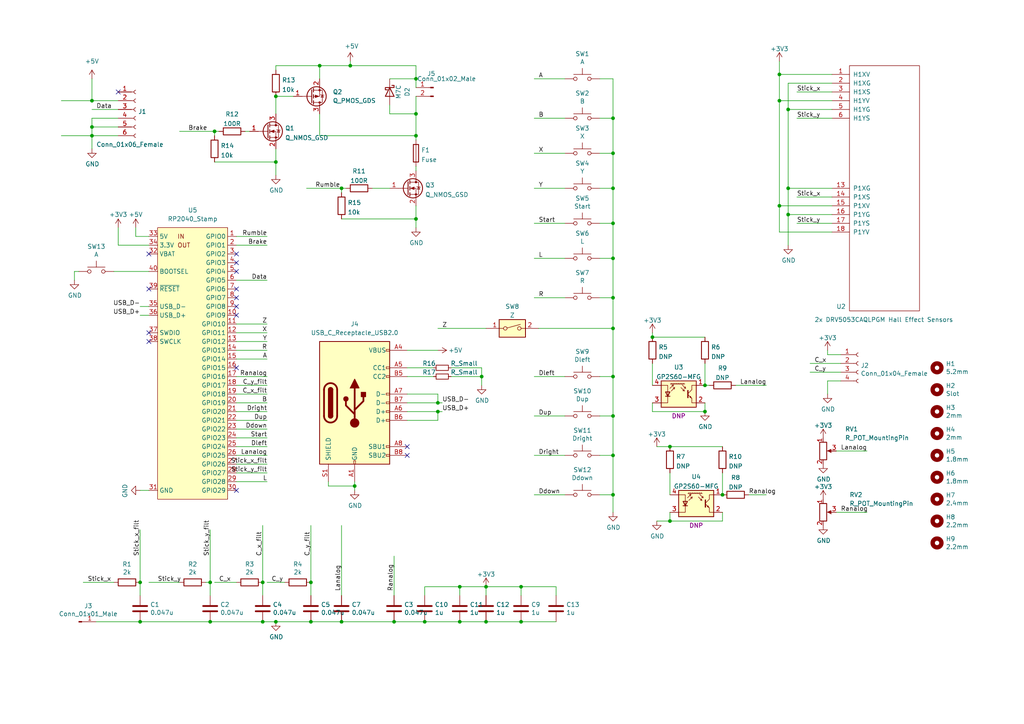
<source format=kicad_sch>
(kicad_sch (version 20211123) (generator eeschema)
  (paper "A4")
  (lib_symbols
    (symbol "Connector:Conn_01x01_Male" (pin_names (offset 1.016) hide)
      (property "Reference" "J" (at 0 2.54 0))
      (property "Value" "Conn_01x01_Male" (at 0 -2.54 0))
      (symbol "Conn_01x01_Male_1_1"
        (pin passive line (at 5.08 0 180) (length 3.81) (name "Pin_1") (number "1"))
      )
    )
    (symbol "Connector:Conn_01x02_Male" (pin_names (offset 1.016) hide)
      (property "Reference" "J" (at 0 2.54 0))
      (property "Value" "Conn_01x02_Male" (at 0 -5.08 0))
      (symbol "Conn_01x02_Male_1_1"
        (pin passive line (at 5.08 0 180) (length 3.81) (name "Pin_1") (number "1"))
        (pin passive line (at 5.08 -2.54 180) (length 3.81) (name "Pin_2") (number "2"))
      )
    )
    (symbol "Connector:Conn_01x04_Female" (pin_names (offset 1.016) hide)
      (property "Reference" "J" (at 0 5.08 0))
      (property "Value" "Conn_01x04_Female" (at 0 -7.62 0))
      (symbol "Conn_01x04_Female_1_1"
        (pin passive line (at -5.08 2.54 0) (length 3.81) (name "Pin_1") (number "1"))
        (pin passive line (at -5.08 0 0) (length 3.81) (name "Pin_2") (number "2"))
        (pin passive line (at -5.08 -2.54 0) (length 3.81) (name "Pin_3") (number "3"))
        (pin passive line (at -5.08 -5.08 0) (length 3.81) (name "Pin_4") (number "4"))
      )
    )
    (symbol "Connector:Conn_01x06_Female" (pin_names (offset 1.016) hide)
      (property "Reference" "J1" (at 0.7112 -0.6096 0))
      (property "Value" "Conn_01x06_Female" (at -11.43 -10.16 0))
      (symbol "Conn_01x06_Female_1_1"
        (pin unspecified line (at -5.08 5.08 0) (length 3.81) (name "Pin_1") (number "1"))
        (pin unspecified line (at -5.08 2.54 0) (length 3.81) (name "Pin_2") (number "2"))
        (pin unspecified line (at -5.08 0 0) (length 3.81) (name "Pin_3") (number "3"))
        (pin unspecified line (at -5.08 -2.54 0) (length 3.81) (name "Pin_4") (number "4"))
        (pin unspecified line (at -5.08 -5.08 0) (length 3.81) (name "Pin_5") (number "5"))
        (pin unspecified line (at -5.08 -7.62 0) (length 3.81) (name "Pin_6") (number "6"))
      )
    )
    (symbol "Connector:USB_C_Receptacle_USB2.0" (pin_names (offset 1.016))
      (property "Reference" "J" (at -10.16 19.05 0))
      (property "Value" "USB_C_Receptacle_USB2.0" (at 19.05 19.05 0))
      (symbol "USB_C_Receptacle_USB2.0_1_1"
        (pin passive line (at 0 -22.86 90) (length 5.08) (name "GND") (number "A1"))
        (pin passive line (at 0 -22.86 90) (length 5.08) hide (name "GND") (number "A12"))
        (pin passive line (at 15.24 15.24 180) (length 5.08) (name "VBUS") (number "A4"))
        (pin bidirectional line (at 15.24 10.16 180) (length 5.08) (name "CC1") (number "A5"))
        (pin bidirectional line (at 15.24 -2.54 180) (length 5.08) (name "D+") (number "A6"))
        (pin bidirectional line (at 15.24 2.54 180) (length 5.08) (name "D-") (number "A7"))
        (pin bidirectional line (at 15.24 -12.7 180) (length 5.08) (name "SBU1") (number "A8"))
        (pin passive line (at 15.24 15.24 180) (length 5.08) hide (name "VBUS") (number "A9"))
        (pin passive line (at 0 -22.86 90) (length 5.08) hide (name "GND") (number "B1"))
        (pin passive line (at 0 -22.86 90) (length 5.08) hide (name "GND") (number "B12"))
        (pin passive line (at 15.24 15.24 180) (length 5.08) hide (name "VBUS") (number "B4"))
        (pin bidirectional line (at 15.24 7.62 180) (length 5.08) (name "CC2") (number "B5"))
        (pin bidirectional line (at 15.24 -5.08 180) (length 5.08) (name "D+") (number "B6"))
        (pin bidirectional line (at 15.24 0 180) (length 5.08) (name "D-") (number "B7"))
        (pin bidirectional line (at 15.24 -15.24 180) (length 5.08) (name "SBU2") (number "B8"))
        (pin passive line (at 15.24 15.24 180) (length 5.08) hide (name "VBUS") (number "B9"))
        (pin passive line (at -7.62 -22.86 90) (length 5.08) (name "SHIELD") (number "S1"))
      )
    )
    (symbol "Device:C" (pin_numbers hide) (pin_names (offset 0.254))
      (property "Reference" "C" (at 0.635 2.54 0))
      (property "Value" "C" (at 0.635 -2.54 0))
      (symbol "C_1_1"
        (pin passive line (at 0 3.81 270) (length 2.794) (name "~") (number "1"))
        (pin passive line (at 0 -3.81 90) (length 2.794) (name "~") (number "2"))
      )
    )
    (symbol "Device:D_Schottky" (pin_numbers hide) (pin_names (offset 1.016) hide)
      (property "Reference" "D" (at 0 2.54 0))
      (property "Value" "D_Schottky" (at 0 -2.54 0))
      (symbol "D_Schottky_1_1"
        (pin passive line (at -3.81 0 0) (length 2.54) (name "K") (number "1"))
        (pin passive line (at 3.81 0 180) (length 2.54) (name "A") (number "2"))
      )
    )
    (symbol "Device:Fuse" (pin_numbers hide) (pin_names (offset 0))
      (property "Reference" "F" (at 2.032 0 90))
      (property "Value" "Fuse" (at -1.905 0 90))
      (symbol "Fuse_1_1"
        (pin passive line (at 0 3.81 270) (length 1.27) (name "~") (number "1"))
        (pin passive line (at 0 -3.81 90) (length 1.27) (name "~") (number "2"))
      )
    )
    (symbol "Device:Q_NMOS_GSD" (pin_names (offset 0) hide)
      (property "Reference" "Q" (at 5.08 1.27 0))
      (property "Value" "Q_NMOS_GSD" (at 5.08 -1.27 0))
      (symbol "Q_NMOS_GSD_1_1"
        (pin input line (at -5.08 0 0) (length 2.54) (name "G") (number "1"))
        (pin passive line (at 2.54 -5.08 90) (length 2.54) (name "S") (number "2"))
        (pin passive line (at 2.54 5.08 270) (length 2.54) (name "D") (number "3"))
      )
    )
    (symbol "Device:Q_PMOS_GSD" (pin_names (offset 0) hide)
      (property "Reference" "Q" (at 5.08 1.27 0))
      (property "Value" "Q_PMOS_GSD" (at 5.08 -1.27 0))
      (symbol "Q_PMOS_GSD_1_1"
        (pin input line (at -5.08 0 0) (length 2.54) (name "G") (number "1"))
        (pin passive line (at 2.54 -5.08 90) (length 2.54) (name "S") (number "2"))
        (pin passive line (at 2.54 5.08 270) (length 2.54) (name "D") (number "3"))
      )
    )
    (symbol "Device:R" (pin_numbers hide) (pin_names (offset 0))
      (property "Reference" "R" (at 2.032 0 90))
      (property "Value" "R" (at 0 0 90))
      (symbol "R_1_1"
        (pin passive line (at 0 3.81 270) (length 1.27) (name "~") (number "1"))
        (pin passive line (at 0 -3.81 90) (length 1.27) (name "~") (number "2"))
      )
    )
    (symbol "Device:R_Small" (pin_numbers hide) (pin_names (offset 0.254) hide)
      (property "Reference" "R" (at 0.762 0.508 0))
      (property "Value" "R_Small" (at 0.762 -1.016 0))
      (symbol "R_Small_1_1"
        (pin passive line (at 0 2.54 270) (length 0.762) (name "~") (number "1"))
        (pin passive line (at 0 -2.54 90) (length 0.762) (name "~") (number "2"))
      )
    )
    (symbol "GCC:+3.3V" (power) (pin_names (offset 0))
      (property "Value" "+3.3V" (at 0 3.556 0))
      (symbol "+3.3V_1_1"
        (pin power_in line (at 0 0 90) (length 0) hide (name "+3V3") (number "1"))
      )
    )
    (symbol "GCC:Gamecube-MB-rescue_Slider_GCC-Gamecube_MB" (pin_names (offset 1.016) hide)
      (property "Reference" "RV" (at -8.255 0 90))
      (property "Value" "Gamecube-MB-rescue_Slider_GCC-Gamecube_MB" (at -6.35 0 90))
      (symbol "Gamecube-MB-rescue_Slider_GCC-Gamecube_MB_1_1"
        (pin passive line (at 0 3.81 270) (length 1.27) (name "V+") (number "1"))
        (pin passive line (at 0 -3.81 90) (length 1.27) (name "GND") (number "2"))
        (pin passive line (at 3.81 0 180) (length 1.27) (name "Signal") (number "3"))
      )
    )
    (symbol "GCC:Gamecube-MB-rescue_Stickbox_Assembly-Gamecube_MB" (pin_names (offset 1.016))
      (property "Reference" "U" (at 12.7 -41.91 90))
      (property "Value" "Gamecube-MB-rescue_Stickbox_Assembly-Gamecube_MB" (at 8.89 -35.56 90))
      (symbol "Gamecube-MB-rescue_Stickbox_Assembly-Gamecube_MB_0_0"
        (pin unspecified line (at -5.08 -2.54 0) (length 5.08) (name "H1XV") (number "1"))
        (pin unspecified line (at -5.08 -35.56 0) (length 5.08) (name "P1XG") (number "13"))
        (pin unspecified line (at -5.08 -38.1 0) (length 5.08) (name "P1XS") (number "14"))
        (pin unspecified line (at -5.08 -40.64 0) (length 5.08) (name "P1XV") (number "15"))
        (pin unspecified line (at -5.08 -43.18 0) (length 5.08) (name "P1YG") (number "16"))
        (pin unspecified line (at -5.08 -45.72 0) (length 5.08) (name "P1YS") (number "17"))
        (pin unspecified line (at -5.08 -48.26 0) (length 5.08) (name "P1YV") (number "18"))
        (pin unspecified line (at -5.08 -5.08 0) (length 5.08) (name "H1XG") (number "2"))
        (pin unspecified line (at -5.08 -7.62 0) (length 5.08) (name "H1XS") (number "3"))
        (pin unspecified line (at -5.08 -10.16 0) (length 5.08) (name "H1YV") (number "4"))
        (pin unspecified line (at -5.08 -12.7 0) (length 5.08) (name "H1YG") (number "5"))
        (pin unspecified line (at -5.08 -15.24 0) (length 5.08) (name "H1YS") (number "6"))
      )
    )
    (symbol "Mechanical:MountingHole" (pin_names (offset 1.016))
      (property "Reference" "H" (at 0 5.08 0))
      (property "Value" "MountingHole" (at 0 3.175 0))
    )
    (symbol "RP2040_Stamp:RP2040_Stamp"
      (property "Reference" "U" (at 10.16 43.18 0))
      (property "Value" "RP2040_Stamp" (at 0 -38.1 0))
      (symbol "RP2040_Stamp_0_0"
        (text "IN" (at -4.445 39.37 0) (effects (font (size 1.27 1.27)) (justify left)))
        (text "OUT" (at -4.445 36.83 0) (effects (font (size 1.27 1.27)) (justify left)))
        (pin bidirectional line (at 12.7 39.37 180) (length 2.54) (name "GPIO0") (number "1"))
        (pin bidirectional line (at 12.7 16.51 180) (length 2.54) (name "GPIO9") (number "10"))
        (pin bidirectional line (at 12.7 13.97 180) (length 2.54) (name "GPIO10") (number "11"))
        (pin bidirectional line (at 12.7 11.43 180) (length 2.54) (name "GPIO11") (number "12"))
        (pin bidirectional line (at 12.7 8.89 180) (length 2.54) (name "GPIO12") (number "13"))
        (pin bidirectional line (at 12.7 6.35 180) (length 2.54) (name "GPIO13") (number "14"))
        (pin bidirectional line (at 12.7 3.81 180) (length 2.54) (name "GPIO14") (number "15"))
        (pin bidirectional line (at 12.7 1.27 180) (length 2.54) (name "GPIO15") (number "16"))
        (pin bidirectional line (at 12.7 -1.27 180) (length 2.54) (name "GPIO16") (number "17"))
        (pin bidirectional line (at 12.7 -3.81 180) (length 2.54) (name "GPIO17") (number "18"))
        (pin bidirectional line (at 12.7 -6.35 180) (length 2.54) (name "GPIO18") (number "19"))
        (pin bidirectional line (at 12.7 36.83 180) (length 2.54) (name "GPIO1") (number "2"))
        (pin bidirectional line (at 12.7 -8.89 180) (length 2.54) (name "GPIO19") (number "20"))
        (pin bidirectional line (at 12.7 -11.43 180) (length 2.54) (name "GPIO20") (number "21"))
        (pin bidirectional line (at 12.7 -13.97 180) (length 2.54) (name "GPIO21") (number "22"))
        (pin bidirectional line (at 12.7 -16.51 180) (length 2.54) (name "GPIO22") (number "23"))
        (pin bidirectional line (at 12.7 -19.05 180) (length 2.54) (name "GPIO23") (number "24"))
        (pin bidirectional line (at 12.7 -21.59 180) (length 2.54) (name "GPIO24") (number "25"))
        (pin bidirectional line (at 12.7 -24.13 180) (length 2.54) (name "GPIO25") (number "26"))
        (pin bidirectional line (at 12.7 -26.67 180) (length 2.54) (name "GPIO26") (number "27"))
        (pin bidirectional line (at 12.7 -29.21 180) (length 2.54) (name "GPIO27") (number "28"))
        (pin bidirectional line (at 12.7 -31.75 180) (length 2.54) (name "GPIO28") (number "29"))
        (pin bidirectional line (at 12.7 34.29 180) (length 2.54) (name "GPIO2") (number "3"))
        (pin bidirectional line (at 12.7 -34.29 180) (length 2.54) (name "GPIO29") (number "30"))
        (pin power_in line (at -12.7 -34.29 0) (length 2.54) (name "GND") (number "31"))
        (pin power_in line (at -12.7 34.29 0) (length 2.54) (name "VBAT") (number "32"))
        (pin power_in line (at -12.7 39.37 0) (length 2.54) (name "5V") (number "33"))
        (pin power_out line (at -12.7 36.83 0) (length 2.54) (name "3.3V") (number "34"))
        (pin bidirectional line (at -12.7 19.05 0) (length 2.54) (name "USB_D-") (number "35"))
        (pin bidirectional line (at -12.7 16.51 0) (length 2.54) (name "USB_D+") (number "36"))
        (pin bidirectional line (at -12.7 11.43 0) (length 2.54) (name "SWDIO") (number "37"))
        (pin input line (at -12.7 8.89 0) (length 2.54) (name "SWCLK") (number "38"))
        (pin bidirectional line (at -12.7 24.13 0) (length 2.54) (name "~{RESET}") (number "39"))
        (pin bidirectional line (at 12.7 31.75 180) (length 2.54) (name "GPIO3") (number "4"))
        (pin input line (at -12.7 29.21 0) (length 2.54) (name "BOOTSEL") (number "40"))
        (pin bidirectional line (at 12.7 29.21 180) (length 2.54) (name "GPIO4") (number "5"))
        (pin bidirectional line (at 12.7 26.67 180) (length 2.54) (name "GPIO5") (number "6"))
        (pin bidirectional line (at 12.7 24.13 180) (length 2.54) (name "GPIO6") (number "7"))
        (pin bidirectional line (at 12.7 21.59 180) (length 2.54) (name "GPIO7") (number "8"))
        (pin bidirectional line (at 12.7 19.05 180) (length 2.54) (name "GPIO8") (number "9"))
      )
    )
    (symbol "Sensor_Proximity:BPR-105" (pin_names (offset 0.0254) hide)
      (property "Reference" "U?" (at 0 7.7765 0))
      (property "Value" "BPR-105" (at 0 5.0014 0))
      (symbol "BPR-105_1_1"
        (pin open_collector line (at 7.62 2.54 180) (length 2.54) (name "C") (number "1"))
        (pin open_emitter line (at 7.62 -2.54 180) (length 2.54) (name "E") (number "2"))
        (pin passive line (at -7.62 -2.54 0) (length 2.54) (name "K") (number "3"))
        (pin passive line (at -7.62 2.54 0) (length 2.54) (name "A") (number "4"))
      )
    )
    (symbol "Switch:SW_DIP_x01" (pin_names (offset 0) hide)
      (property "Reference" "SW" (at 0 3.81 0))
      (property "Value" "SW_DIP_x01" (at 0 -3.81 0))
      (symbol "SW_DIP_x01_1_1"
        (pin passive line (at -7.62 0 0) (length 5.08) (name "~") (number "1"))
        (pin passive line (at 7.62 0 180) (length 5.08) (name "~") (number "2"))
      )
    )
    (symbol "Switch:SW_Push" (pin_numbers hide) (pin_names (offset 1.016) hide)
      (property "Reference" "SW" (at 1.27 2.54 0))
      (property "Value" "SW_Push" (at 0 -1.524 0))
      (symbol "SW_Push_0_1"
        (pin passive line (at -5.08 0 0) (length 2.54) (name "1") (number "1"))
        (pin passive line (at 5.08 0 180) (length 2.54) (name "2") (number "2"))
      )
    )
    (symbol "power:+5V" (power) (pin_names (offset 0))
      (property "Value" "+5V" (at 0 3.556 0))
      (symbol "+5V_1_1"
        (pin power_in line (at 0 0 90) (length 0) hide (name "+5V") (number "1"))
      )
    )
    (symbol "power:GND" (power) (pin_names (offset 0))
      (property "Value" "GND" (at 0 -3.81 0))
      (symbol "GND_1_1"
        (pin power_in line (at 0 0 270) (length 0) hide (name "GND") (number "1"))
      )
    )
  )
  (junction (at 151.13 170.18))
  (junction (at 151.13 180.34))
  (junction (at 120.65 39.37))
  (junction (at 127 119.38))
  (junction (at 139.7 109.22))
  (junction (at 133.35 180.34))
  (junction (at 177.8 44.45))
  (junction (at 177.8 54.61))
  (junction (at 226.06 21.59))
  (junction (at 204.47 119.38))
  (junction (at 194.31 151.13))
  (junction (at 123.19 180.34))
  (junction (at 204.47 111.76))
  (junction (at 177.8 109.22))
  (junction (at 140.97 170.18))
  (junction (at 120.65 22.86))
  (junction (at 80.01 46.99))
  (junction (at 177.8 143.51))
  (junction (at 120.65 33.02))
  (junction (at 228.6 54.61))
  (junction (at 102.87 140.97))
  (junction (at 140.97 180.34))
  (junction (at 26.67 36.83))
  (junction (at 92.71 19.05))
  (junction (at 60.96 180.34))
  (junction (at 189.23 97.79))
  (junction (at 226.06 29.21))
  (junction (at 177.8 132.08))
  (junction (at 90.17 180.34))
  (junction (at 133.35 170.18))
  (junction (at 90.17 168.91))
  (junction (at 101.6 19.05))
  (junction (at 80.01 180.34))
  (junction (at 120.65 63.5))
  (junction (at 228.6 31.75))
  (junction (at 62.23 38.1))
  (junction (at 177.8 34.29))
  (junction (at 194.31 129.54))
  (junction (at 76.2 168.91))
  (junction (at 99.06 180.34))
  (junction (at 177.8 86.36))
  (junction (at 177.8 120.65))
  (junction (at 114.3 180.34))
  (junction (at 99.06 54.61))
  (junction (at 40.64 180.34))
  (junction (at 177.8 74.93))
  (junction (at 26.67 39.37))
  (junction (at 80.01 27.94))
  (junction (at 226.06 59.69))
  (junction (at 26.67 29.21))
  (junction (at 177.8 64.77))
  (junction (at 177.8 95.25))
  (junction (at 60.96 168.91))
  (junction (at 228.6 62.23))
  (junction (at 76.2 180.34))
  (junction (at 209.55 143.51))
  (junction (at 40.64 168.91))
  (junction (at 127 116.84))
  (no_connect (at 43.18 73.66))
  (no_connect (at 118.11 132.08))
  (no_connect (at 118.11 129.54))
  (no_connect (at 34.29 26.67))
  (no_connect (at 43.18 83.82))
  (no_connect (at 43.18 96.52))
  (no_connect (at 43.18 99.06))
  (no_connect (at 68.58 106.68))
  (no_connect (at 68.58 91.44))
  (no_connect (at 68.58 88.9))
  (no_connect (at 68.58 86.36))
  (no_connect (at 68.58 142.24))
  (no_connect (at 68.58 83.82))
  (no_connect (at 68.58 73.66))
  (no_connect (at 68.58 78.74))
  (no_connect (at 68.58 76.2))
  (wire (pts (xy 34.29 66.04) (xy 34.29 71.12)))
  (wire (pts (xy 95.25 140.97) (xy 102.87 140.97)))
  (wire (pts (xy 204.47 111.76) (xy 205.74 111.76)))
  (wire (pts (xy 68.58 109.22) (xy 77.47 109.22)))
  (wire (pts (xy 120.65 22.86) (xy 120.65 19.05)))
  (wire (pts (xy 173.99 54.61) (xy 177.8 54.61)))
  (wire (pts (xy 123.19 172.72) (xy 123.19 170.18)))
  (wire (pts (xy 33.02 78.74) (xy 43.18 78.74)))
  (wire (pts (xy 127 121.92) (xy 127 119.38)))
  (wire (pts (xy 177.8 143.51) (xy 177.8 148.59)))
  (wire (pts (xy 177.8 120.65) (xy 177.8 132.08)))
  (wire (pts (xy 120.65 59.69) (xy 120.65 63.5)))
  (wire (pts (xy 204.47 119.38) (xy 189.23 119.38)))
  (wire (pts (xy 127 95.25) (xy 140.97 95.25)))
  (wire (pts (xy 156.21 95.25) (xy 177.8 95.25)))
  (wire (pts (xy 133.35 170.18) (xy 140.97 170.18)))
  (wire (pts (xy 68.58 71.12) (xy 77.47 71.12)))
  (wire (pts (xy 99.06 54.61) (xy 100.33 54.61)))
  (wire (pts (xy 120.65 39.37) (xy 120.65 40.64)))
  (wire (pts (xy 243.84 105.41) (xy 234.95 105.41)))
  (wire (pts (xy 118.11 119.38) (xy 127 119.38)))
  (wire (pts (xy 77.47 114.3) (xy 68.58 114.3)))
  (wire (pts (xy 118.11 116.84) (xy 127 116.84)))
  (wire (pts (xy 114.3 172.72) (xy 114.3 161.29)))
  (wire (pts (xy 209.55 137.16) (xy 209.55 143.51)))
  (wire (pts (xy 243.84 107.95) (xy 234.95 107.95)))
  (wire (pts (xy 204.47 116.84) (xy 204.47 119.38)))
  (wire (pts (xy 163.83 120.65) (xy 154.94 120.65)))
  (wire (pts (xy 177.8 54.61) (xy 177.8 44.45)))
  (wire (pts (xy 228.6 62.23) (xy 241.3 62.23)))
  (wire (pts (xy 151.13 172.72) (xy 151.13 170.18)))
  (wire (pts (xy 68.58 139.7) (xy 77.47 139.7)))
  (wire (pts (xy 241.3 21.59) (xy 226.06 21.59)))
  (wire (pts (xy 40.64 180.34) (xy 60.96 180.34)))
  (wire (pts (xy 68.58 132.08) (xy 77.47 132.08)))
  (wire (pts (xy 76.2 152.4) (xy 76.2 168.91)))
  (wire (pts (xy 80.01 19.05) (xy 80.01 20.32)))
  (wire (pts (xy 189.23 96.52) (xy 189.23 97.79)))
  (wire (pts (xy 77.47 116.84) (xy 68.58 116.84)))
  (wire (pts (xy 34.29 36.83) (xy 26.67 36.83)))
  (wire (pts (xy 90.17 152.4) (xy 90.17 168.91)))
  (wire (pts (xy 92.71 22.86) (xy 92.71 19.05)))
  (wire (pts (xy 194.31 151.13) (xy 194.31 148.59)))
  (wire (pts (xy 68.58 121.92) (xy 77.47 121.92)))
  (wire (pts (xy 68.58 68.58) (xy 77.47 68.58)))
  (wire (pts (xy 173.99 64.77) (xy 177.8 64.77)))
  (wire (pts (xy 194.31 137.16) (xy 194.31 143.51)))
  (wire (pts (xy 209.55 148.59) (xy 209.55 151.13)))
  (wire (pts (xy 127 114.3) (xy 127 116.84)))
  (wire (pts (xy 43.18 68.58) (xy 39.37 68.58)))
  (wire (pts (xy 34.29 31.75) (xy 26.67 31.75)))
  (wire (pts (xy 140.97 180.34) (xy 133.35 180.34)))
  (wire (pts (xy 163.83 143.51) (xy 154.94 143.51)))
  (wire (pts (xy 60.96 168.91) (xy 59.69 168.91)))
  (wire (pts (xy 120.65 27.94) (xy 120.65 33.02)))
  (wire (pts (xy 189.23 119.38) (xy 189.23 116.84)))
  (wire (pts (xy 190.5 129.54) (xy 194.31 129.54)))
  (wire (pts (xy 40.64 153.67) (xy 40.64 168.91)))
  (wire (pts (xy 113.03 22.86) (xy 120.65 22.86)))
  (wire (pts (xy 80.01 27.94) (xy 80.01 33.02)))
  (wire (pts (xy 80.01 27.94) (xy 85.09 27.94)))
  (wire (pts (xy 231.14 64.77) (xy 241.3 64.77)))
  (wire (pts (xy 163.83 86.36) (xy 154.94 86.36)))
  (wire (pts (xy 92.71 19.05) (xy 101.6 19.05)))
  (wire (pts (xy 213.36 111.76) (xy 222.25 111.76)))
  (wire (pts (xy 120.65 33.02) (xy 113.03 33.02)))
  (wire (pts (xy 34.29 39.37) (xy 26.67 39.37)))
  (wire (pts (xy 68.58 81.28) (xy 77.47 81.28)))
  (wire (pts (xy 228.6 54.61) (xy 241.3 54.61)))
  (wire (pts (xy 113.03 33.02) (xy 113.03 30.48)))
  (wire (pts (xy 226.06 67.31) (xy 226.06 59.69)))
  (wire (pts (xy 226.06 59.69) (xy 241.3 59.69)))
  (wire (pts (xy 243.84 110.49) (xy 240.03 110.49)))
  (wire (pts (xy 140.97 180.34) (xy 151.13 180.34)))
  (wire (pts (xy 92.71 33.02) (xy 92.71 39.37)))
  (wire (pts (xy 120.65 33.02) (xy 120.65 39.37)))
  (wire (pts (xy 127 116.84) (xy 128.27 116.84)))
  (wire (pts (xy 228.6 31.75) (xy 228.6 24.13)))
  (wire (pts (xy 90.17 180.34) (xy 99.06 180.34)))
  (wire (pts (xy 177.8 86.36) (xy 177.8 95.25)))
  (wire (pts (xy 133.35 170.18) (xy 133.35 172.72)))
  (wire (pts (xy 177.8 132.08) (xy 177.8 143.51)))
  (wire (pts (xy 209.55 151.13) (xy 194.31 151.13)))
  (wire (pts (xy 177.8 44.45) (xy 177.8 34.29)))
  (wire (pts (xy 163.83 132.08) (xy 154.94 132.08)))
  (wire (pts (xy 68.58 101.6) (xy 77.47 101.6)))
  (wire (pts (xy 177.8 86.36) (xy 177.8 74.93)))
  (wire (pts (xy 231.14 57.15) (xy 241.3 57.15)))
  (wire (pts (xy 52.07 38.1) (xy 62.23 38.1)))
  (wire (pts (xy 118.11 109.22) (xy 125.73 109.22)))
  (wire (pts (xy 161.29 172.72) (xy 161.29 170.18)))
  (wire (pts (xy 163.83 34.29) (xy 154.94 34.29)))
  (wire (pts (xy 226.06 21.59) (xy 226.06 29.21)))
  (wire (pts (xy 243.84 102.87) (xy 240.03 102.87)))
  (wire (pts (xy 80.01 43.18) (xy 80.01 46.99)))
  (wire (pts (xy 226.06 29.21) (xy 226.06 59.69)))
  (wire (pts (xy 163.83 54.61) (xy 154.94 54.61)))
  (wire (pts (xy 95.25 139.7) (xy 95.25 140.97)))
  (wire (pts (xy 228.6 31.75) (xy 241.3 31.75)))
  (wire (pts (xy 34.29 29.21) (xy 26.67 29.21)))
  (wire (pts (xy 118.11 121.92) (xy 127 121.92)))
  (wire (pts (xy 163.83 74.93) (xy 154.94 74.93)))
  (wire (pts (xy 39.37 68.58) (xy 39.37 66.04)))
  (wire (pts (xy 127 119.38) (xy 128.27 119.38)))
  (wire (pts (xy 52.07 168.91) (xy 43.18 168.91)))
  (wire (pts (xy 102.87 139.7) (xy 102.87 140.97)))
  (wire (pts (xy 140.97 170.18) (xy 140.97 172.72)))
  (wire (pts (xy 99.06 54.61) (xy 99.06 55.88)))
  (wire (pts (xy 62.23 38.1) (xy 63.5 38.1)))
  (wire (pts (xy 68.58 104.14) (xy 77.47 104.14)))
  (wire (pts (xy 177.8 74.93) (xy 177.8 64.77)))
  (wire (pts (xy 173.99 143.51) (xy 177.8 143.51)))
  (wire (pts (xy 194.31 129.54) (xy 209.55 129.54)))
  (wire (pts (xy 173.99 109.22) (xy 177.8 109.22)))
  (wire (pts (xy 76.2 168.91) (xy 76.2 172.72)))
  (wire (pts (xy 118.11 101.6) (xy 127 101.6)))
  (wire (pts (xy 151.13 180.34) (xy 161.29 180.34)))
  (wire (pts (xy 217.17 143.51) (xy 222.25 143.51)))
  (wire (pts (xy 77.47 111.76) (xy 68.58 111.76)))
  (wire (pts (xy 99.06 152.4) (xy 99.06 172.72)))
  (wire (pts (xy 163.83 22.86) (xy 154.94 22.86)))
  (wire (pts (xy 40.64 88.9) (xy 43.18 88.9)))
  (wire (pts (xy 189.23 97.79) (xy 204.47 97.79)))
  (wire (pts (xy 68.58 119.38) (xy 77.47 119.38)))
  (wire (pts (xy 226.06 67.31) (xy 241.3 67.31)))
  (wire (pts (xy 139.7 109.22) (xy 139.7 111.76)))
  (wire (pts (xy 68.58 127) (xy 77.47 127)))
  (wire (pts (xy 88.9 54.61) (xy 99.06 54.61)))
  (wire (pts (xy 114.3 180.34) (xy 123.19 180.34)))
  (wire (pts (xy 24.13 168.91) (xy 33.02 168.91)))
  (wire (pts (xy 173.99 132.08) (xy 177.8 132.08)))
  (wire (pts (xy 189.23 105.41) (xy 189.23 111.76)))
  (wire (pts (xy 68.58 134.62) (xy 77.47 134.62)))
  (wire (pts (xy 177.8 22.86) (xy 177.8 34.29)))
  (wire (pts (xy 177.8 64.77) (xy 177.8 54.61)))
  (wire (pts (xy 228.6 62.23) (xy 228.6 71.12)))
  (wire (pts (xy 68.58 129.54) (xy 77.47 129.54)))
  (wire (pts (xy 241.3 29.21) (xy 226.06 29.21)))
  (wire (pts (xy 231.14 34.29) (xy 241.3 34.29)))
  (wire (pts (xy 68.58 93.98) (xy 77.47 93.98)))
  (wire (pts (xy 102.87 140.97) (xy 102.87 142.24)))
  (wire (pts (xy 123.19 170.18) (xy 133.35 170.18)))
  (wire (pts (xy 21.59 78.74) (xy 21.59 81.28)))
  (wire (pts (xy 204.47 105.41) (xy 204.47 111.76)))
  (wire (pts (xy 34.29 71.12) (xy 43.18 71.12)))
  (wire (pts (xy 17.78 29.21) (xy 26.67 29.21)))
  (wire (pts (xy 118.11 106.68) (xy 125.73 106.68)))
  (wire (pts (xy 62.23 168.91) (xy 68.58 168.91)))
  (wire (pts (xy 240.03 110.49) (xy 240.03 114.3)))
  (wire (pts (xy 68.58 99.06) (xy 77.47 99.06)))
  (wire (pts (xy 120.65 39.37) (xy 92.71 39.37)))
  (wire (pts (xy 99.06 63.5) (xy 120.65 63.5)))
  (wire (pts (xy 68.58 137.16) (xy 77.47 137.16)))
  (wire (pts (xy 173.99 86.36) (xy 177.8 86.36)))
  (wire (pts (xy 26.67 34.29) (xy 26.67 36.83)))
  (wire (pts (xy 27.94 180.34) (xy 40.64 180.34)))
  (wire (pts (xy 99.06 180.34) (xy 114.3 180.34)))
  (wire (pts (xy 62.23 38.1) (xy 62.23 39.37)))
  (wire (pts (xy 161.29 170.18) (xy 151.13 170.18)))
  (wire (pts (xy 130.81 106.68) (xy 139.7 106.68)))
  (wire (pts (xy 71.12 38.1) (xy 72.39 38.1)))
  (wire (pts (xy 62.23 46.99) (xy 80.01 46.99)))
  (wire (pts (xy 80.01 180.34) (xy 90.17 180.34)))
  (wire (pts (xy 173.99 34.29) (xy 177.8 34.29)))
  (wire (pts (xy 242.57 130.81) (xy 251.46 130.81)))
  (wire (pts (xy 26.67 39.37) (xy 26.67 43.18)))
  (wire (pts (xy 173.99 120.65) (xy 177.8 120.65)))
  (wire (pts (xy 228.6 62.23) (xy 228.6 54.61)))
  (wire (pts (xy 101.6 17.78) (xy 101.6 19.05)))
  (wire (pts (xy 120.65 25.4) (xy 120.65 22.86)))
  (wire (pts (xy 177.8 109.22) (xy 177.8 120.65)))
  (wire (pts (xy 120.65 63.5) (xy 120.65 66.04)))
  (wire (pts (xy 139.7 106.68) (xy 139.7 109.22)))
  (wire (pts (xy 173.99 44.45) (xy 177.8 44.45)))
  (wire (pts (xy 163.83 44.45) (xy 154.94 44.45)))
  (wire (pts (xy 151.13 170.18) (xy 140.97 170.18)))
  (wire (pts (xy 60.96 153.67) (xy 60.96 168.91)))
  (wire (pts (xy 177.8 95.25) (xy 177.8 109.22)))
  (wire (pts (xy 60.96 180.34) (xy 76.2 180.34)))
  (wire (pts (xy 107.95 54.61) (xy 113.03 54.61)))
  (wire (pts (xy 90.17 168.91) (xy 90.17 172.72)))
  (wire (pts (xy 163.83 64.77) (xy 154.94 64.77)))
  (wire (pts (xy 68.58 96.52) (xy 77.47 96.52)))
  (wire (pts (xy 173.99 22.86) (xy 177.8 22.86)))
  (wire (pts (xy 40.64 142.24) (xy 43.18 142.24)))
  (wire (pts (xy 240.03 102.87) (xy 240.03 101.6)))
  (wire (pts (xy 60.96 168.91) (xy 60.96 172.72)))
  (wire (pts (xy 26.67 36.83) (xy 26.67 39.37)))
  (wire (pts (xy 80.01 180.34) (xy 76.2 180.34)))
  (wire (pts (xy 68.58 124.46) (xy 77.47 124.46)))
  (wire (pts (xy 40.64 172.72) (xy 40.64 168.91)))
  (wire (pts (xy 80.01 46.99) (xy 80.01 50.8)))
  (wire (pts (xy 40.64 91.44) (xy 43.18 91.44)))
  (wire (pts (xy 118.11 114.3) (xy 127 114.3)))
  (wire (pts (xy 242.57 148.59) (xy 251.46 148.59)))
  (wire (pts (xy 226.06 17.78) (xy 226.06 21.59)))
  (wire (pts (xy 228.6 24.13) (xy 241.3 24.13)))
  (wire (pts (xy 163.83 109.22) (xy 154.94 109.22)))
  (wire (pts (xy 26.67 29.21) (xy 26.67 22.86)))
  (wire (pts (xy 22.86 78.74) (xy 21.59 78.74)))
  (wire (pts (xy 120.65 48.26) (xy 120.65 49.53)))
  (wire (pts (xy 123.19 180.34) (xy 133.35 180.34)))
  (wire (pts (xy 130.81 109.22) (xy 139.7 109.22)))
  (wire (pts (xy 92.71 19.05) (xy 80.01 19.05)))
  (wire (pts (xy 34.29 34.29) (xy 26.67 34.29)))
  (wire (pts (xy 241.3 26.67) (xy 231.14 26.67)))
  (wire (pts (xy 228.6 31.75) (xy 228.6 54.61)))
  (wire (pts (xy 77.47 168.91) (xy 82.55 168.91)))
  (wire (pts (xy 17.78 39.37) (xy 26.67 39.37)))
  (wire (pts (xy 120.65 19.05) (xy 101.6 19.05)))
  (wire (pts (xy 190.5 151.13) (xy 194.31 151.13)))
  (wire (pts (xy 173.99 74.93) (xy 177.8 74.93)))
  (label "Lanalog" (at 214.63 111.76 0))
  (label "C_y_filt" (at 77.47 111.76 180))
  (label "Stick_y" (at 231.14 64.77 0))
  (label "A" (at 156.21 22.86 0))
  (label "Ranalog" (at 114.3 171.45 90))
  (label "Dleft" (at 77.47 129.54 180))
  (label "L" (at 156.21 74.93 0))
  (label "Y" (at 77.47 99.06 180))
  (label "Stick_y" (at 45.72 168.91 0))
  (label "X" (at 77.47 96.52 180))
  (label "C_x" (at 236.22 105.41 0))
  (label "Stick_x" (at 231.14 26.67 0))
  (label "Stick_x" (at 231.14 57.15 0))
  (label "Lanalog" (at 77.47 132.08 180))
  (label "Rumble" (at 91.44 54.61 0))
  (label "USB_D+" (at 128.27 119.38 0))
  (label "Dleft" (at 156.21 109.22 0))
  (label "Ranalog" (at 217.17 143.51 0))
  (label "Data" (at 27.94 31.75 0))
  (label "Ranalog" (at 77.47 109.22 180))
  (label "B" (at 156.21 34.29 0))
  (label "C_y" (at 78.74 168.91 0))
  (label "Rumble" (at 77.47 68.58 180))
  (label "Z" (at 128.27 95.25 0))
  (label "USB_D-" (at 40.64 88.9 180))
  (label "C_x_filt" (at 76.2 161.29 90))
  (label "Start" (at 77.47 127 180))
  (label "USB_D+" (at 40.64 91.44 180))
  (label "C_x" (at 63.5 168.91 0))
  (label "C_y_filt" (at 90.17 161.29 90))
  (label "Stick_x" (at 25.4 168.91 0))
  (label "Dright" (at 156.21 132.08 0))
  (label "Ranalog" (at 243.84 148.59 0))
  (label "Dright" (at 77.47 119.38 180))
  (label "Start" (at 156.21 64.77 0))
  (label "Z" (at 77.47 93.98 180))
  (label "B" (at 77.47 116.84 180))
  (label "Ddown" (at 156.21 143.51 0))
  (label "Brake" (at 77.47 71.12 180))
  (label "R" (at 156.21 86.36 0))
  (label "USB_D-" (at 128.27 116.84 0))
  (label "Stick_y_filt" (at 77.47 137.16 180))
  (label "Data" (at 77.47 81.28 180))
  (label "R" (at 77.47 101.6 180))
  (label "Lanalog" (at 243.84 130.81 0))
  (label "Stick_y" (at 231.14 34.29 0))
  (label "Y" (at 156.21 54.61 0))
  (label "C_y" (at 236.22 107.95 0))
  (label "Dup" (at 77.47 121.92 180))
  (label "C_x_filt" (at 77.47 114.3 180))
  (label "Brake" (at 54.61 38.1 0))
  (label "Stick_x_filt" (at 77.47 134.62 180))
  (label "Ddown" (at 77.47 124.46 180))
  (label "Lanalog" (at 99.06 171.45 90))
  (label "L" (at 77.47 139.7 180))
  (label "A" (at 77.47 104.14 180))
  (label "X" (at 156.21 44.45 0))
  (label "Stick_x_filt" (at 40.64 161.29 90))
  (label "Dup" (at 156.21 120.65 0))
  (label "Stick_y_filt" (at 60.96 161.29 90))
  (symbol (lib_id "Switch:SW_Push") (at 168.91 22.86 0) (unit 1)
    (property "Reference" "SW1" (at 168.91 15.621 0))
    (property "Value" "A" (at 168.91 17.9324 0))
    (property "Footprint" "PhobGCC_Footprints:ABXY_Contact_Omron_Switch" (effects hide))
  )
  (symbol (lib_id "Switch:SW_Push") (at 168.91 34.29 0) (unit 1)
    (property "Reference" "SW2" (at 168.91 27.051 0))
    (property "Value" "B" (at 168.91 29.3624 0))
    (property "Footprint" "PhobGCC_Footprints:ABXY_Contact_Omron_Switch" (effects hide))
  )
  (symbol (lib_id "Switch:SW_Push") (at 168.91 44.45 0) (unit 1)
    (property "Reference" "SW3" (at 168.91 37.211 0))
    (property "Value" "X" (at 168.91 39.5224 0))
    (property "Footprint" "PhobGCC_Footprints:ABXY_Contact_Omron_Switch" (effects hide))
  )
  (symbol (lib_id "Switch:SW_Push") (at 168.91 54.61 0) (unit 1)
    (property "Reference" "SW4" (at 168.91 47.371 0))
    (property "Value" "Y" (at 168.91 49.6824 0))
    (property "Footprint" "PhobGCC_Footprints:ABXY_Contact_Omron_Switch" (effects hide))
  )
  (symbol (lib_id "Switch:SW_Push") (at 168.91 64.77 0) (unit 1)
    (property "Reference" "SW5" (at 168.91 57.531 0))
    (property "Value" "Start" (at 168.91 59.8424 0))
    (property "Footprint" "PhobGCC_Footprints:Start_Contact" (effects hide))
  )
  (symbol (lib_id "Switch:SW_Push") (at 168.91 74.93 0) (unit 1)
    (property "Reference" "SW6" (at 168.91 67.691 0))
    (property "Value" "L" (at 168.91 70.0024 0))
    (property "Footprint" "PhobGCC_Footprints:Pin_Header_Straight_1x02_Pitch2.54mm" (effects hide))
  )
  (symbol (lib_id "Switch:SW_Push") (at 168.91 86.36 0) (unit 1)
    (property "Reference" "SW7" (at 168.91 79.121 0))
    (property "Value" "R" (at 168.91 81.4324 0))
    (property "Footprint" "PhobGCC_Footprints:Pin_Header_Straight_1x02_Pitch2.54mm" (effects hide))
  )
  (symbol (lib_id "power:GND") (at 177.8 148.59 0) (unit 1)
    (property "Reference" "#PWR0103" (effects hide))
    (property "Value" "GND" (at 177.927 152.9842 0))
  )
  (symbol (lib_id "Connector:Conn_01x06_Female") (at 39.37 31.75 0) (unit 1)
    (property "Reference" "J1" (at 40.0812 32.3596 0) (effects (justify left)))
    (property "Value" "Conn_01x06_Female" (at 27.94 41.91 0) (effects (justify left)))
    (property "Footprint" "PhobGCC_Footprints:GCC_Header_Straight_1x06_Pitch2.00mm" (effects hide))
  )
  (symbol (lib_id "GCC:Gamecube-MB-rescue_Slider_GCC-Gamecube_MB") (at 238.76 130.81 0) (unit 1)
    (property "Reference" "RV1" (at 245.11 124.46 0) (effects (justify left)))
    (property "Value" "R_POT_MountingPin" (at 245.11 127 0) (effects (justify left)))
    (property "Footprint" "PhobGCC_Footprints:GCC_Slider" (effects hide))
  )
  (symbol (lib_id "Connector:Conn_01x04_Female") (at 248.92 105.41 0) (unit 1)
    (property "Reference" "J2" (at 249.6312 106.0196 0) (effects (justify left)))
    (property "Value" "Conn_01x04_Female" (at 249.6312 108.331 0) (effects (justify left)))
    (property "Footprint" "PhobGCC_Footprints:PinHeader_1x04_P2.00mm_Vertical" (effects hide))
  )
  (symbol (lib_id "GCC:Gamecube-MB-rescue_Slider_GCC-Gamecube_MB") (at 238.76 148.59 0) (unit 1)
    (property "Reference" "RV2" (at 246.38 143.51 0) (effects (justify left)))
    (property "Value" "R_POT_MountingPin" (at 246.38 146.05 0) (effects (justify left)))
    (property "Footprint" "PhobGCC_Footprints:GCC_Slider" (effects hide))
  )
  (symbol (lib_id "power:GND") (at 240.03 114.3 0) (unit 1)
    (property "Reference" "#PWR0108" (effects hide))
    (property "Value" "GND" (at 240.157 118.6942 0))
  )
  (symbol (lib_id "Switch:SW_Push") (at 168.91 109.22 0) (unit 1)
    (property "Reference" "SW9" (at 168.91 101.981 0))
    (property "Value" "Dleft" (at 168.91 104.2924 0))
    (property "Footprint" "PhobGCC_Footprints:Dpad_Contact_TL3315NF_2" (effects hide))
  )
  (symbol (lib_id "power:GND") (at 238.76 134.62 0) (unit 1)
    (property "Reference" "#PWR0115" (effects hide))
    (property "Value" "GND" (at 238.887 139.0142 0))
  )
  (symbol (lib_id "Switch:SW_Push") (at 168.91 120.65 0) (unit 1)
    (property "Reference" "SW10" (at 168.91 113.411 0))
    (property "Value" "Dup" (at 168.91 115.7224 0))
    (property "Footprint" "PhobGCC_Footprints:Dpad_Contact_TL3315NF_2" (effects hide))
  )
  (symbol (lib_id "Switch:SW_Push") (at 168.91 132.08 0) (unit 1)
    (property "Reference" "SW11" (at 168.91 124.841 0))
    (property "Value" "Dright" (at 168.91 127.1524 0))
    (property "Footprint" "PhobGCC_Footprints:Dpad_Contact_TL3315NF_2" (effects hide))
  )
  (symbol (lib_id "Switch:SW_Push") (at 168.91 143.51 0) (unit 1)
    (property "Reference" "SW12" (at 168.91 136.271 0))
    (property "Value" "Ddown" (at 168.91 138.5824 0))
    (property "Footprint" "PhobGCC_Footprints:Dpad_Contact_TL3315NF_2" (effects hide))
  )
  (symbol (lib_id "power:GND") (at 238.76 152.4 0) (unit 1)
    (property "Reference" "#PWR0117" (effects hide))
    (property "Value" "GND" (at 238.887 156.7942 0))
  )
  (symbol (lib_id "Switch:SW_DIP_x01") (at 148.59 95.25 0) (unit 1)
    (property "Reference" "SW8" (at 148.59 88.9 0))
    (property "Value" "Z" (at 148.59 91.44 0))
    (property "Footprint" "PhobGCC_Footprints:Z_Switch_Edge_Omron" (effects hide))
    (property "Configuration_Pole-Throw" "Single Pole - Single Throw" (effects hide))
    (property "Contact_Current_Rating" "50 mA" (effects hide))
    (property "Comment" "1825027-5" (effects hide))
    (property "EU_RoHS_Compliance" "Compliant" (effects hide))
  )
  (symbol (lib_id "GCC:Gamecube-MB-rescue_Stickbox_Assembly-Gamecube_MB") (at 246.38 19.05 0) (unit 1)
    (property "Reference" "U2" (at 242.57 88.9 0) (effects (justify left)))
    (property "Value" "2x DRV5053CAQLPGM Hall Effect Sensors" (at 236.22 92.71 0) (effects (justify left)))
    (property "Footprint" "PhobGCC_Footprints:GCC_Stickbox_2" (effects hide))
  )
  (symbol (lib_id "power:GND") (at 228.6 71.12 0) (unit 1)
    (property "Reference" "#PWR0101" (effects hide))
    (property "Value" "GND" (at 228.727 75.5142 0))
  )
  (symbol (lib_id "Device:C") (at 40.64 176.53 0) (unit 1)
    (property "Reference" "C1" (at 43.561 175.3616 0) (effects (justify left)))
    (property "Value" "0.047u" (at 43.561 177.673 0) (effects (justify left)))
    (property "Footprint" "PhobGCC_Footprints:C_0603_HandSoldering" (effects hide))
    (property "LCSC" "C1622" (effects hide))
  )
  (symbol (lib_id "Device:C") (at 60.96 176.53 0) (unit 1)
    (property "Reference" "C2" (at 63.881 175.3616 0) (effects (justify left)))
    (property "Value" "0.047u" (at 63.881 177.673 0) (effects (justify left)))
    (property "Footprint" "PhobGCC_Footprints:C_0603_HandSoldering" (effects hide))
    (property "LCSC" "C1622" (effects hide))
  )
  (symbol (lib_id "Device:C") (at 114.3 176.53 0) (unit 1)
    (property "Reference" "C3" (at 117.221 175.3616 0) (effects (justify left)))
    (property "Value" "0.047u" (at 117.221 177.673 0) (effects (justify left)))
    (property "Footprint" "PhobGCC_Footprints:C_0603_HandSoldering" (effects hide))
    (property "LCSC" "C1622" (effects hide))
  )
  (symbol (lib_id "Device:C") (at 76.2 176.53 0) (unit 1)
    (property "Reference" "C4" (at 79.121 175.3616 0) (effects (justify left)))
    (property "Value" "0.047u" (at 79.121 177.673 0) (effects (justify left)))
    (property "Footprint" "PhobGCC_Footprints:C_0603_HandSoldering" (effects hide))
    (property "LCSC" "C1622" (effects hide))
  )
  (symbol (lib_id "Device:C") (at 90.17 176.53 0) (unit 1)
    (property "Reference" "C5" (at 93.091 175.3616 0) (effects (justify left)))
    (property "Value" "0.047u" (at 93.091 177.673 0) (effects (justify left)))
    (property "Footprint" "PhobGCC_Footprints:C_0603_HandSoldering" (effects hide))
    (property "LCSC" "C1622" (effects hide))
  )
  (symbol (lib_id "Device:C") (at 99.06 176.53 0) (unit 1)
    (property "Reference" "C7" (at 101.981 175.3616 0) (effects (justify left)))
    (property "Value" "0.047u" (at 101.981 177.673 0) (effects (justify left)))
    (property "Footprint" "PhobGCC_Footprints:C_0603_HandSoldering" (effects hide))
    (property "LCSC" "C1622" (effects hide))
  )
  (symbol (lib_id "power:GND") (at 80.01 180.34 0) (unit 1)
    (property "Reference" "#PWR0109" (effects hide))
    (property "Value" "GND" (at 80.137 184.7342 0))
  )
  (symbol (lib_id "Device:C") (at 133.35 176.53 0) (unit 1)
    (property "Reference" "C11" (at 136.271 175.3616 0) (effects (justify left)))
    (property "Value" "1u" (at 136.271 177.673 0) (effects (justify left)))
    (property "Footprint" "PhobGCC_Footprints:C_0603_1608Metric_Pad1.08x0.95mm_HandSolder" (effects hide))
    (property "LCSC" "C15849" (effects hide))
  )
  (symbol (lib_id "Device:C") (at 140.97 176.53 0) (unit 1)
    (property "Reference" "C12" (at 143.891 175.3616 0) (effects (justify left)))
    (property "Value" "1u" (at 143.891 177.673 0) (effects (justify left)))
    (property "Footprint" "PhobGCC_Footprints:C_0603_1608Metric_Pad1.08x0.95mm_HandSolder" (effects hide))
    (property "LCSC" "C15849" (effects hide))
  )
  (symbol (lib_id "power:GND") (at 26.67 43.18 0) (unit 1)
    (property "Reference" "#PWR0112" (effects hide))
    (property "Value" "GND" (at 26.797 47.5742 0))
  )
  (symbol (lib_id "Connector:Conn_01x01_Male") (at 22.86 180.34 0) (unit 1)
    (property "Reference" "J3" (at 25.6032 175.7426 0))
    (property "Value" "Conn_01x01_Male" (at 25.6032 178.054 0))
    (property "Footprint" "PhobGCC_Footprints:PinHeader_1x01_P2.54mm_Vertical" (effects hide))
  )
  (symbol (lib_id "Mechanical:MountingHole") (at 271.78 106.68 0) (unit 1)
    (property "Reference" "H1" (at 274.32 105.5116 0) (effects (justify left)))
    (property "Value" "5.2mm" (at 274.32 107.823 0) (effects (justify left)))
    (property "Footprint" "PhobGCC_Footprints:MountingHole_5.2mm" (effects hide))
  )
  (symbol (lib_id "Mechanical:MountingHole") (at 271.78 113.03 0) (unit 1)
    (property "Reference" "H2" (at 274.32 111.8616 0) (effects (justify left)))
    (property "Value" "Slot" (at 274.32 114.173 0) (effects (justify left)))
    (property "Footprint" "PhobGCC_Footprints:Slot" (effects hide))
  )
  (symbol (lib_id "Mechanical:MountingHole") (at 271.78 119.38 0) (unit 1)
    (property "Reference" "H3" (at 274.32 118.2116 0) (effects (justify left)))
    (property "Value" "2mm" (at 274.32 120.523 0) (effects (justify left)))
    (property "Footprint" "PhobGCC_Footprints:MountingHole_2.0mm" (effects hide))
  )
  (symbol (lib_id "Mechanical:MountingHole") (at 271.78 125.73 0) (unit 1)
    (property "Reference" "H4" (at 274.32 124.5616 0) (effects (justify left)))
    (property "Value" "2mm" (at 274.32 126.873 0) (effects (justify left)))
    (property "Footprint" "PhobGCC_Footprints:MountingHole_2.0mm" (effects hide))
  )
  (symbol (lib_id "Mechanical:MountingHole") (at 271.78 132.08 0) (unit 1)
    (property "Reference" "H5" (at 274.32 130.9116 0) (effects (justify left)))
    (property "Value" "1.8mm" (at 274.32 133.223 0) (effects (justify left)))
    (property "Footprint" "PhobGCC_Footprints:MountingHole_1.8mm" (effects hide))
  )
  (symbol (lib_id "Mechanical:MountingHole") (at 271.78 138.43 0) (unit 1)
    (property "Reference" "H6" (at 274.32 137.2616 0) (effects (justify left)))
    (property "Value" "1.8mm" (at 274.32 139.573 0) (effects (justify left)))
    (property "Footprint" "PhobGCC_Footprints:MountingHole_1.8mm" (effects hide))
  )
  (symbol (lib_id "Mechanical:MountingHole") (at 271.78 144.78 0) (unit 1)
    (property "Reference" "H7" (at 274.32 143.6116 0) (effects (justify left)))
    (property "Value" "2.4mm" (at 274.32 145.923 0) (effects (justify left)))
    (property "Footprint" "PhobGCC_Footprints:MountingHole_2.4mm" (effects hide))
  )
  (symbol (lib_id "Mechanical:MountingHole") (at 271.78 151.13 0) (unit 1)
    (property "Reference" "H8" (at 274.32 149.9616 0) (effects (justify left)))
    (property "Value" "2.2mm" (at 274.32 152.273 0) (effects (justify left)))
    (property "Footprint" "PhobGCC_Footprints:MountingHole_2.2mm" (effects hide))
  )
  (symbol (lib_id "Mechanical:MountingHole") (at 271.78 157.48 0) (unit 1)
    (property "Reference" "H9" (at 274.32 156.3116 0) (effects (justify left)))
    (property "Value" "2.2mm" (at 274.32 158.623 0) (effects (justify left)))
    (property "Footprint" "PhobGCC_Footprints:MountingHole_2.2mm" (effects hide))
  )
  (symbol (lib_id "Device:R") (at 36.83 168.91 270) (unit 1)
    (property "Reference" "R1" (at 36.83 163.6522 90))
    (property "Value" "2k" (at 36.83 165.9636 90))
    (property "Footprint" "PhobGCC_Footprints:R_0603_1608Metric_Pad0.98x0.95mm_HandSolder" (effects hide))
    (property "LCSC" "C22975" (effects hide))
    (property "Manufacturer PN" "0603WAF1002T5ECopy" (effects hide))
  )
  (symbol (lib_id "Device:R") (at 55.88 168.91 270) (unit 1)
    (property "Reference" "R2" (at 55.88 163.6522 90))
    (property "Value" "2k" (at 55.88 165.9636 90))
    (property "Footprint" "PhobGCC_Footprints:R_0603_1608Metric_Pad0.98x0.95mm_HandSolder" (effects hide))
    (property "LCSC" "C22975" (effects hide))
  )
  (symbol (lib_id "Device:C") (at 123.19 176.53 0) (unit 1)
    (property "Reference" "C10" (at 126.111 175.3616 0) (effects (justify left)))
    (property "Value" "1u" (at 126.111 177.673 0) (effects (justify left)))
    (property "Footprint" "PhobGCC_Footprints:C_0603_1608Metric_Pad1.08x0.95mm_HandSolder" (effects hide))
    (property "LCSC" "C15849" (effects hide))
  )
  (symbol (lib_id "Device:R") (at 209.55 111.76 90) (unit 1)
    (property "Reference" "R9" (at 209.55 106.7775 90))
    (property "Value" "DNP" (at 209.55 109.5526 90))
    (property "Footprint" "PhobGCC_Footprints:R_0603_1608_DNP" (effects hide))
  )
  (symbol (lib_id "Device:R") (at 86.36 168.91 270) (unit 1)
    (property "Reference" "R4" (at 86.36 163.6522 90))
    (property "Value" "2k" (at 86.36 165.9636 90))
    (property "Footprint" "PhobGCC_Footprints:R_0603_1608Metric_Pad0.98x0.95mm_HandSolder" (effects hide))
    (property "LCSC" "C22975" (effects hide))
  )
  (symbol (lib_id "Device:C") (at 161.29 176.53 0) (unit 1)
    (property "Reference" "C13" (at 164.211 175.3616 0) (effects (justify left)))
    (property "Value" "1u" (at 164.211 177.673 0) (effects (justify left)))
    (property "Footprint" "PhobGCC_Footprints:C_0603_1608Metric_Pad1.08x0.95mm_HandSolder" (effects hide))
    (property "LCSC" "C15849" (effects hide))
  )
  (symbol (lib_id "power:GND") (at 102.87 142.24 0) (unit 1)
    (property "Reference" "#PWR0124" (effects hide))
    (property "Value" "GND" (at 102.997 146.6342 0))
  )
  (symbol (lib_id "Device:R") (at 80.01 24.13 180) (unit 1)
    (property "Reference" "R13" (at 81.788 23.2215 0) (effects (justify right)))
    (property "Value" "10k" (at 81.788 25.9966 0) (effects (justify right)))
    (property "Footprint" "PhobGCC_Footprints:R_0603_1608Metric_Pad0.98x0.95mm_HandSolder" (effects hide))
    (property "LCSC" "C25804" (effects hide))
  )
  (symbol (lib_id "power:GND") (at 80.01 50.8 0) (unit 1)
    (property "Reference" "#PWR04" (effects hide))
    (property "Value" "GND" (at 80.137 55.1942 0))
  )
  (symbol (lib_id "Device:D_Schottky") (at 113.03 26.67 270) (unit 1)
    (property "Reference" "D2" (at 118.11 26.67 0))
    (property "Value" "M7C" (at 115.57 26.67 0))
    (property "Footprint" "PhobGCC_Footprints:D_SOD-123" (effects hide))
    (property "LCSC" "C8598" (effects hide))
  )
  (symbol (lib_id "power:GND") (at 21.59 81.28 0) (unit 1)
    (property "Reference" "#PWR0127" (effects hide))
    (property "Value" "GND" (at 21.717 85.6742 0))
  )
  (symbol (lib_id "GCC:+3.3V") (at 238.76 127 0) (unit 1)
    (property "Reference" "#PWR0110" (effects hide))
    (property "Value" "+3.3V" (at 238.76 123.3955 0))
  )
  (symbol (lib_id "power:GND") (at 190.5 151.13 0) (unit 1)
    (property "Reference" "#PWR02" (effects hide))
    (property "Value" "GND" (at 190.627 155.5242 0))
  )
  (symbol (lib_id "power:+5V") (at 26.67 22.86 0) (unit 1)
    (property "Reference" "#PWR0113" (effects hide))
    (property "Value" "+5V" (at 26.67 17.78 0))
  )
  (symbol (lib_id "Device:R_Small") (at 128.27 106.68 90) (unit 1)
    (property "Reference" "R16" (at 124.46 105.41 90))
    (property "Value" "R_Small" (at 134.62 105.41 90))
    (property "Footprint" "Resistor_SMD:R_0603_1608Metric_Pad0.98x0.95mm_HandSolder" (effects hide))
  )
  (symbol (lib_id "Device:R") (at 204.47 101.6 0) (unit 1)
    (property "Reference" "R6" (at 206.248 100.6915 0) (effects (justify left)))
    (property "Value" "DNP" (at 206.248 103.4666 0) (effects (justify left)))
    (property "Footprint" "PhobGCC_Footprints:R_0603_1608_DNP" (effects hide))
  )
  (symbol (lib_id "Device:Fuse") (at 120.65 44.45 0) (unit 1)
    (property "Reference" "F1" (at 122.174 43.5415 0) (effects (justify left)))
    (property "Value" "Fuse" (at 122.174 46.3166 0) (effects (justify left)))
    (property "Footprint" "PhobGCC_Footprints:Fuse_1206_3216Metric" (effects hide))
    (property "LCSC" "C69680" (effects hide))
  )
  (symbol (lib_id "GCC:+3.3V") (at 238.76 144.78 0) (unit 1)
    (property "Reference" "#PWR0107" (effects hide))
    (property "Value" "+3.3V" (at 238.76 141.1755 0))
  )
  (symbol (lib_id "Device:R") (at 213.36 143.51 90) (unit 1)
    (property "Reference" "R8" (at 213.36 138.5275 90))
    (property "Value" "DNP" (at 213.36 141.3026 90))
    (property "Footprint" "PhobGCC_Footprints:R_0603_1608_DNP" (effects hide))
  )
  (symbol (lib_id "GCC:+3.3V") (at 240.03 101.6 0) (unit 1)
    (property "Reference" "#PWR0106" (effects hide))
    (property "Value" "+3.3V" (at 240.03 97.9955 0))
  )
  (symbol (lib_id "Device:R_Small") (at 128.27 109.22 90) (unit 1)
    (property "Reference" "R17" (at 124.46 107.95 90))
    (property "Value" "R_Small" (at 134.62 107.95 90))
    (property "Footprint" "Resistor_SMD:R_0603_1608Metric_Pad0.98x0.95mm_HandSolder" (effects hide))
  )
  (symbol (lib_id "Connector:Conn_01x02_Male") (at 125.73 25.4 0) (mirror y) (unit 1)
    (property "Reference" "J5" (at 125.095 21.3573 0))
    (property "Value" "Conn_01x02_Male" (at 129.54 22.86 0))
    (property "Footprint" "PhobGCC_Footprints:Pin_Header_Straight_1x02_Pitch2.54mm" (effects hide))
  )
  (symbol (lib_id "RP2040_Stamp:RP2040_Stamp") (at 55.88 107.95 0) (unit 1)
    (property "Reference" "U5" (at 55.88 60.96 0))
    (property "Value" "RP2040_Stamp" (at 55.88 63.5 0))
    (property "Footprint" "RP2040_Stamp:RP2040_Stamp_SMD" (effects hide))
  )
  (symbol (lib_id "power:GND") (at 40.64 142.24 270) (unit 1)
    (property "Reference" "#PWR0128" (effects hide))
    (property "Value" "GND" (at 36.2458 142.367 0))
  )
  (symbol (lib_id "Switch:SW_Push") (at 27.94 78.74 0) (unit 1)
    (property "Reference" "SW13" (at 27.94 71.501 0))
    (property "Value" "A" (at 27.94 73.8124 0))
    (property "Footprint" "PhobGCC_Footprints:ABXY_Contact_Omron_Switch" (effects hide))
  )
  (symbol (lib_id "Device:R") (at 67.31 38.1 90) (unit 1)
    (property "Reference" "R12" (at 67.31 33.1175 90))
    (property "Value" "100R" (at 67.31 35.8926 90))
    (property "Footprint" "PhobGCC_Footprints:R_0603_1608Metric_Pad0.98x0.95mm_HandSolder" (effects hide))
    (property "LCSC" "C22775" (effects hide))
  )
  (symbol (lib_id "Device:R") (at 62.23 43.18 180) (unit 1)
    (property "Reference" "R14" (at 64.008 42.2715 0) (effects (justify right)))
    (property "Value" "10k" (at 64.008 45.0466 0) (effects (justify right)))
    (property "Footprint" "PhobGCC_Footprints:R_0603_1608Metric_Pad0.98x0.95mm_HandSolder" (effects hide))
    (property "LCSC" "C25804" (effects hide))
  )
  (symbol (lib_id "GCC:+3.3V") (at 140.97 170.18 0) (unit 1)
    (property "Reference" "#PWR0116" (effects hide))
    (property "Value" "+3.3V" (at 140.97 166.5755 0))
  )
  (symbol (lib_id "Device:R") (at 189.23 101.6 0) (unit 1)
    (property "Reference" "R5" (at 191.008 100.6915 0) (effects (justify left)))
    (property "Value" "DNP" (at 191.008 103.4666 0) (effects (justify left)))
    (property "Footprint" "PhobGCC_Footprints:R_0603_1608_DNP" (effects hide))
  )
  (symbol (lib_id "GCC:+3.3V") (at 226.06 17.78 0) (unit 1)
    (property "Reference" "#PWR0104" (effects hide))
    (property "Value" "+3.3V" (at 226.06 14.1755 0))
  )
  (symbol (lib_id "GCC:+3.3V") (at 190.5 129.54 0) (unit 1)
    (property "Reference" "#PWR01" (effects hide))
    (property "Value" "+3.3V" (at 190.5 125.9355 0))
  )
  (symbol (lib_id "Device:R") (at 194.31 133.35 0) (unit 1)
    (property "Reference" "R7" (at 196.088 132.4415 0) (effects (justify left)))
    (property "Value" "DNP" (at 196.088 135.2166 0) (effects (justify left)))
    (property "Footprint" "PhobGCC_Footprints:R_0603_1608_DNP" (effects hide))
  )
  (symbol (lib_id "Device:R") (at 99.06 59.69 180) (unit 1)
    (property "Reference" "R15" (at 100.838 58.7815 0) (effects (justify right)))
    (property "Value" "10k" (at 100.838 61.5566 0) (effects (justify right)))
    (property "Footprint" "PhobGCC_Footprints:R_0603_1608Metric_Pad0.98x0.95mm_HandSolder" (effects hide))
    (property "LCSC" "C25804" (effects hide))
  )
  (symbol (lib_id "Device:R") (at 72.39 168.91 270) (unit 1)
    (property "Reference" "R3" (at 72.39 163.6522 90))
    (property "Value" "2k" (at 72.39 165.9636 90))
    (property "Footprint" "PhobGCC_Footprints:R_0603_1608Metric_Pad0.98x0.95mm_HandSolder" (effects hide))
    (property "LCSC" "C22975" (effects hide))
  )
  (symbol (lib_id "Device:R") (at 209.55 133.35 0) (unit 1)
    (property "Reference" "R10" (at 211.328 132.4415 0) (effects (justify left)))
    (property "Value" "DNP" (at 211.328 135.2166 0) (effects (justify left)))
    (property "Footprint" "PhobGCC_Footprints:R_0603_1608_DNP" (effects hide))
  )
  (symbol (lib_id "power:+5V") (at 39.37 66.04 0) (unit 1)
    (property "Reference" "#PWR0120" (effects hide))
    (property "Value" "+5V" (at 39.37 62.23 0))
  )
  (symbol (lib_id "Sensor_Proximity:BPR-105") (at 201.93 146.05 0) (unit 1)
    (property "Reference" "U4" (at 201.93 138.2735 0))
    (property "Value" "GP2S60-MFG" (at 201.93 141.0486 0))
    (property "Footprint" "PhobGCC_Footprints:Sharp_Microelectronics-GP2S60-MFG" (effects hide))
    (property "Datasheet" "http://www.ystone.com.tw/en/data/goods/IRPT/Photo%20Interrupters-Reflective%20Type.pdf" (effects hide))
    (property "Note" "DNP" (at 201.93 152.4 0))
  )
  (symbol (lib_id "Device:Q_NMOS_GSD") (at 77.47 38.1 0) (unit 1)
    (property "Reference" "Q1" (at 82.677 37.1915 0) (effects (justify left)))
    (property "Value" "Q_NMOS_GSD" (at 82.677 39.9666 0) (effects (justify left)))
    (property "Footprint" "PhobGCC_Footprints:SOT-23" (effects hide))
    (property "LCSC" "C20917" (effects hide))
  )
  (symbol (lib_id "Device:Q_PMOS_GSD") (at 90.17 27.94 0) (mirror x) (unit 1)
    (property "Reference" "Q2" (at 96.52 26.6699 0) (effects (justify left)))
    (property "Value" "Q_PMOS_GDS" (at 96.52 29.2099 0) (effects (justify left)))
    (property "Footprint" "PhobGCC_Footprints:SOT-23" (effects hide))
    (property "LCSC" "C15127" (effects hide))
  )
  (symbol (lib_id "power:GND") (at 204.47 119.38 0) (unit 1)
    (property "Reference" "#PWR0122" (effects hide))
    (property "Value" "GND" (at 204.597 123.7742 0))
  )
  (symbol (lib_id "Device:R") (at 104.14 54.61 90) (unit 1)
    (property "Reference" "R11" (at 104.14 49.6275 90))
    (property "Value" "100R" (at 104.14 52.4026 90))
    (property "Footprint" "PhobGCC_Footprints:R_0603_1608Metric_Pad0.98x0.95mm_HandSolder" (effects hide))
    (property "LCSC" "C22775" (effects hide))
  )
  (symbol (lib_id "Connector:USB_C_Receptacle_USB2.0") (at 102.87 116.84 0) (unit 1)
    (property "Reference" "J4" (at 102.87 93.98 0))
    (property "Value" "USB_C_Receptacle_USB2.0" (at 102.87 96.52 0))
    (property "Footprint" "USB4155-03-C_REVA:GCT_USB4155-03-C_REVA" (effects hide))
    (property "Datasheet" "https://www.usb.org/sites/default/files/documents/usb_type-c.zip" (effects hide))
  )
  (symbol (lib_id "power:+5V") (at 127 101.6 270) (unit 1)
    (property "Reference" "#PWR0123" (effects hide))
    (property "Value" "+5V" (at 132.08 101.6 90))
  )
  (symbol (lib_id "power:GND") (at 139.7 111.76 0) (unit 1)
    (property "Reference" "#PWR0102" (effects hide))
    (property "Value" "GND" (at 139.827 116.1542 0))
  )
  (symbol (lib_id "power:+5V") (at 101.6 17.78 0) (unit 1)
    (property "Reference" "#PWR0111" (effects hide))
    (property "Value" "+5V" (at 101.981 13.3858 0))
  )
  (symbol (lib_id "Sensor_Proximity:BPR-105") (at 196.85 114.3 0) (unit 1)
    (property "Reference" "U3" (at 196.85 106.5235 0))
    (property "Value" "GP2S60-MFG" (at 196.85 109.2986 0))
    (property "Footprint" "PhobGCC_Footprints:Sharp_Microelectronics-GP2S60-MFG" (effects hide))
    (property "Datasheet" "http://www.ystone.com.tw/en/data/goods/IRPT/Photo%20Interrupters-Reflective%20Type.pdf" (effects hide))
    (property "Note" "DNP" (at 196.85 120.65 0))
  )
  (symbol (lib_id "Device:C") (at 151.13 176.53 0) (unit 1)
    (property "Reference" "C9" (at 154.051 175.3616 0) (effects (justify left)))
    (property "Value" "1u" (at 154.051 177.673 0) (effects (justify left)))
    (property "Footprint" "PhobGCC_Footprints:C_0603_1608Metric_Pad1.08x0.95mm_HandSolder" (effects hide))
    (property "LCSC" "C15849" (effects hide))
  )
  (symbol (lib_id "GCC:+3.3V") (at 189.23 96.52 0) (unit 1)
    (property "Reference" "#PWR03" (effects hide))
    (property "Value" "+3.3V" (at 189.23 92.9155 0))
  )
  (symbol (lib_id "Device:Q_NMOS_GSD") (at 118.11 54.61 0) (unit 1)
    (property "Reference" "Q3" (at 123.317 53.7015 0) (effects (justify left)))
    (property "Value" "Q_NMOS_GSD" (at 123.317 56.4766 0) (effects (justify left)))
    (property "Footprint" "PhobGCC_Footprints:SOT-23" (effects hide))
    (property "LCSC" "C20917" (effects hide))
  )
  (symbol (lib_id "GCC:+3.3V") (at 34.29 66.04 0) (unit 1)
    (property "Reference" "#PWR0125" (effects hide))
    (property "Value" "+3.3V" (at 34.29 62.23 0))
  )
  (symbol (lib_id "power:GND") (at 120.65 66.04 0) (unit 1)
    (property "Reference" "#PWR0114" (effects hide))
    (property "Value" "GND" (at 120.777 70.4342 0))
  )
)
</source>
